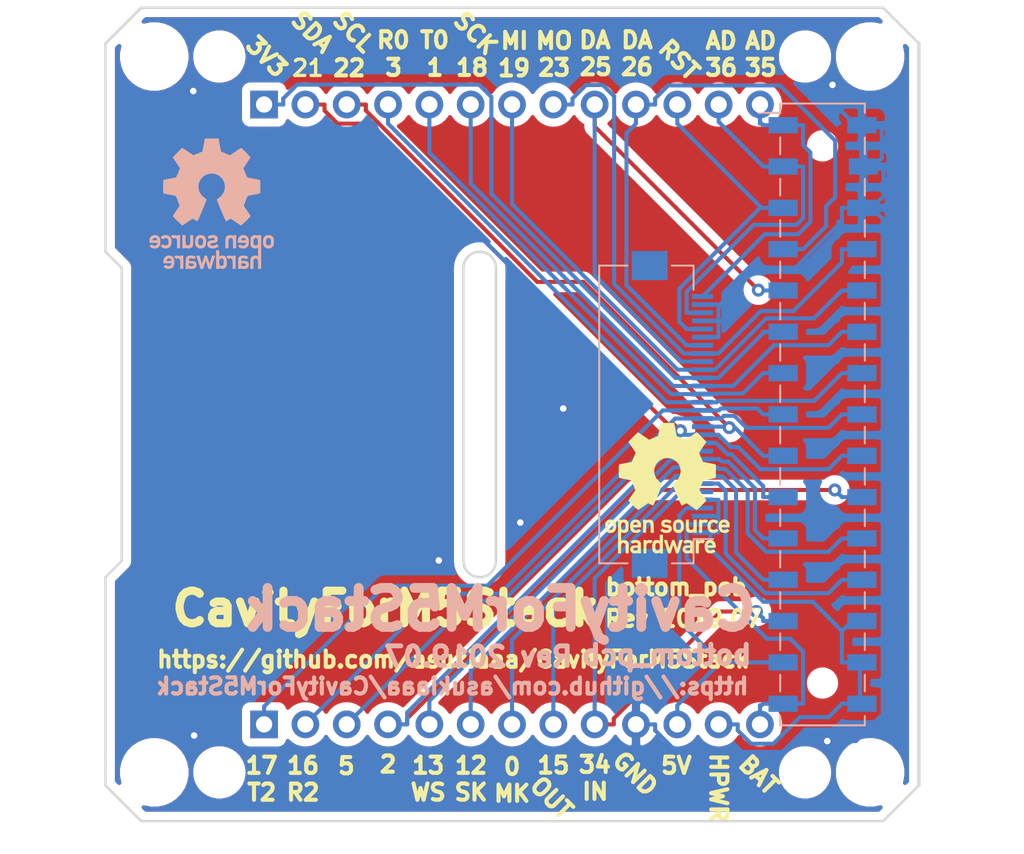
<source format=kicad_pcb>
(kicad_pcb (version 20171130) (host pcbnew 5.1.4-e60b266~84~ubuntu18.04.1)
  (layers (0 F.Cu signal) (31 B.Cu signal) (34 B.Paste user) (35 F.Paste user) (36 B.SilkS user) (37 F.SilkS user) (38 B.Mask user) (39 F.Mask user) (44 Edge.Cuts user))
  (net 0 "")
  (net 1 GND)
  (net 2 G23)
  (net 3 G19)
  (net 4 G18)
  (net 5 G3)
  (net 6 G16)
  (net 7 G21)
  (net 8 G2)
  (net 9 G12)
  (net 10 G15)
  (net 11 HPWR)
  (net 12 +BATT)
  (net 13 +5V)
  (net 14 G34)
  (net 15 G0)
  (net 16 G13)
  (net 17 G5)
  (net 18 G22)
  (net 19 G17)
  (net 20 G1)
  (net 21 G26)
  (net 22 G25)
  (net 23 RST)
  (net 24 G36)
  (net 25 G35)
  (net 26 +3V3)
  (module footprints:center_hole (layer F.Cu) (at 123 75)
    (fp_text reference REF** hide)
    (fp_text value center_hole hide)
    (fp_line (start -1 -9) (end -1 9) (layer Edge.Cuts) (width 0.15))
    (fp_line (start 1 9) (end 1 -9) (layer Edge.Cuts) (width 0.15))
    (fp_arc (start 0 9) (end -1 9) (angle -180) (layer Edge.Cuts) (width 0.15))
    (fp_arc (start 0 -9) (end 1 -9) (angle -180) (layer Edge.Cuts) (width 0.15))
  )
  (module footprints:PinSocket_2x15_P2.54mm_Vertical_SMD_just_for_M5Stack_bottom_pcb (layer B.Cu) (at 144.074 75 180)
    (fp_text reference J4 hide)
    (fp_text value socket)
    (pad "" np_thru_hole circle (at 0 -16.51 180) (size 0.9 0.9) (drill 0.9) (layers *.Cu *.Mask))
    (pad "" np_thru_hole circle (at 0 16.51 180) (size 0.9 0.9) (drill 0.9) (layers *.Cu *.Mask))
    (pad 1 smd rect (at 2.42 17.78 180) (size 1.8 1) (layers B.Cu B.Paste B.Mask) (net 25 G35))
    (pad 2 smd rect (at -2.42 17.78 180) (size 1.8 1) (layers B.Cu B.Paste B.Mask) (net 1 GND))
    (pad 3 smd rect (at 2.42 15.24 180) (size 1.8 1) (layers B.Cu B.Paste B.Mask) (net 24 G36))
    (pad 4 smd rect (at -2.52 15.24 180) (size 1.8 1) (layers B.Cu B.Paste B.Mask) (net 1 GND))
    (pad 5 smd rect (at 2.42 12.7 180) (size 1.8 1) (layers B.Cu B.Paste B.Mask) (net 23 RST))
    (pad 6 smd rect (at -2.42 12.7 180) (size 1.8 1) (layers B.Cu B.Paste B.Mask) (net 1 GND))
    (pad 7 smd rect (at 2.42 10.16 180) (size 1.8 1) (layers B.Cu B.Paste B.Mask) (net 22 G25))
    (pad 8 smd rect (at -2.42 10.16 180) (size 1.8 1) (layers B.Cu B.Paste B.Mask) (net 2 G23))
    (pad 9 smd rect (at 2.42 7.62 180) (size 1.8 1) (layers B.Cu B.Paste B.Mask) (net 21 G26))
    (pad 10 smd rect (at -2.42 7.62 180) (size 1.8 1) (layers B.Cu B.Paste B.Mask) (net 3 G19))
    (pad 11 smd rect (at 2.42 5.08 180) (size 1.8 1) (layers B.Cu B.Paste B.Mask) (net 26 +3V3))
    (pad 12 smd rect (at -2.42 5.08 180) (size 1.8 1) (layers B.Cu B.Paste B.Mask) (net 4 G18))
    (pad 13 smd rect (at 2.42 2.54 180) (size 1.8 1) (layers B.Cu B.Paste B.Mask) (net 20 G1))
    (pad 14 smd rect (at -2.42 2.54 180) (size 1.8 1) (layers B.Cu B.Paste B.Mask) (net 5 G3))
    (pad 15 smd rect (at 2.42 0 180) (size 1.8 1) (layers B.Cu B.Paste B.Mask) (net 19 G17))
    (pad 16 smd rect (at -2.42 0 180) (size 1.8 1) (layers B.Cu B.Paste B.Mask) (net 6 G16))
    (pad 17 smd rect (at 2.42 -2.54 180) (size 1.8 1) (layers B.Cu B.Paste B.Mask) (net 18 G22))
    (pad 18 smd rect (at -2.42 -2.54 180) (size 1.8 1) (layers B.Cu B.Paste B.Mask) (net 7 G21))
    (pad 19 smd rect (at 2.42 -5.08 180) (size 1.8 1) (layers B.Cu B.Paste B.Mask) (net 17 G5))
    (pad 20 smd rect (at -2.42 -5.08 180) (size 1.8 1) (layers B.Cu B.Paste B.Mask) (net 8 G2))
    (pad 21 smd rect (at 2.42 -7.62 180) (size 1.8 1) (layers B.Cu B.Paste B.Mask) (net 16 G13))
    (pad 22 smd rect (at -2.42 -7.62 180) (size 1.8 1) (layers B.Cu B.Paste B.Mask) (net 9 G12))
    (pad 23 smd rect (at 2.42 -10.16 180) (size 1.8 1) (layers B.Cu B.Paste B.Mask) (net 15 G0))
    (pad 24 smd rect (at -2.42 -10.16 180) (size 1.8 1) (layers B.Cu B.Paste B.Mask) (net 10 G15))
    (pad 25 smd rect (at 2.42 -12.7 180) (size 1.8 1) (layers B.Cu B.Paste B.Mask) (net 14 G34))
    (pad 26 smd rect (at -2.42 -12.7 180) (size 1.8 1) (layers B.Cu B.Paste B.Mask) (net 11 HPWR))
    (pad 27 smd rect (at 2.42 -15.24 180) (size 1.8 1) (layers B.Cu B.Paste B.Mask) (net 13 +5V))
    (pad 28 smd rect (at -2.42 -15.24 180) (size 1.8 1) (layers B.Cu B.Paste B.Mask) (net 11 HPWR))
    (pad 29 smd rect (at 2.42 -17.78 180) (size 1.8 1) (layers B.Cu B.Paste B.Mask) (net 12 +BATT))
    (pad 30 smd rect (at -2.42 -17.78 180) (size 1.8 1) (layers B.Cu B.Paste B.Mask) (net 11 HPWR))
  )
  (module Symbol:OSHW-Logo_7.5x8mm_SilkScreen (layer F.Cu) (at 134.5311 79.5274)
    (fp_text reference OSHWREF2 hide)
    (fp_text value OSHW-Logo_7.5x8mm_SilkScreen hide)
  )
  (module footprints:PinSocket_1x13_P2.54mm_Vertical_without_silks (layer F.Cu) (at 109.75 55.95 90)
    (fp_text reference J1 hide)
    (fp_text value Conn_01x13)
    (pad 13 thru_hole oval (at 0 30.48 90) (size 1.7 1.7) (drill 1) (layers *.Cu *.Mask) (net 25 G35))
    (pad 12 thru_hole oval (at 0 27.94 90) (size 1.7 1.7) (drill 1) (layers *.Cu *.Mask) (net 24 G36))
    (pad 11 thru_hole oval (at 0 25.4 90) (size 1.7 1.7) (drill 1) (layers *.Cu *.Mask) (net 23 RST))
    (pad 10 thru_hole oval (at 0 22.86 90) (size 1.7 1.7) (drill 1) (layers *.Cu *.Mask) (net 22 G25))
    (pad 9 thru_hole oval (at 0 20.32 90) (size 1.7 1.7) (drill 1) (layers *.Cu *.Mask) (net 21 G26))
    (pad 8 thru_hole oval (at 0 17.78 90) (size 1.7 1.7) (drill 1) (layers *.Cu *.Mask) (net 2 G23))
    (pad 7 thru_hole oval (at 0 15.24 90) (size 1.7 1.7) (drill 1) (layers *.Cu *.Mask) (net 3 G19))
    (pad 6 thru_hole oval (at 0 12.7 90) (size 1.7 1.7) (drill 1) (layers *.Cu *.Mask) (net 4 G18))
    (pad 5 thru_hole oval (at 0 10.16 90) (size 1.7 1.7) (drill 1) (layers *.Cu *.Mask) (net 20 G1))
    (pad 4 thru_hole oval (at 0 7.62 90) (size 1.7 1.7) (drill 1) (layers *.Cu *.Mask) (net 5 G3))
    (pad 3 thru_hole oval (at 0 5.08 90) (size 1.7 1.7) (drill 1) (layers *.Cu *.Mask) (net 18 G22))
    (pad 2 thru_hole oval (at 0 2.54 90) (size 1.7 1.7) (drill 1) (layers *.Cu *.Mask) (net 7 G21))
    (pad 1 thru_hole rect (at 0 0 90) (size 1.7 1.7) (drill 1) (layers *.Cu *.Mask) (net 26 +3V3))
  )
  (module footprints:PinSocket_1x13_P2.54mm_Vertical_without_silks (layer F.Cu) (at 109.75 94.05 90)
    (fp_text reference J2 hide)
    (fp_text value Conn_01x13)
    (pad 13 thru_hole oval (at 0 30.48 90) (size 1.7 1.7) (drill 1) (layers *.Cu *.Mask) (net 12 +BATT))
    (pad 12 thru_hole oval (at 0 27.94 90) (size 1.7 1.7) (drill 1) (layers *.Cu *.Mask) (net 11 HPWR))
    (pad 11 thru_hole oval (at 0 25.4 90) (size 1.7 1.7) (drill 1) (layers *.Cu *.Mask) (net 13 +5V))
    (pad 10 thru_hole oval (at 0 22.86 90) (size 1.7 1.7) (drill 1) (layers *.Cu *.Mask) (net 1 GND))
    (pad 9 thru_hole oval (at 0 20.32 90) (size 1.7 1.7) (drill 1) (layers *.Cu *.Mask) (net 14 G34))
    (pad 8 thru_hole oval (at 0 17.78 90) (size 1.7 1.7) (drill 1) (layers *.Cu *.Mask) (net 10 G15))
    (pad 7 thru_hole oval (at 0 15.24 90) (size 1.7 1.7) (drill 1) (layers *.Cu *.Mask) (net 15 G0))
    (pad 6 thru_hole oval (at 0 12.7 90) (size 1.7 1.7) (drill 1) (layers *.Cu *.Mask) (net 9 G12))
    (pad 5 thru_hole oval (at 0 10.16 90) (size 1.7 1.7) (drill 1) (layers *.Cu *.Mask) (net 16 G13))
    (pad 4 thru_hole oval (at 0 7.62 90) (size 1.7 1.7) (drill 1) (layers *.Cu *.Mask) (net 8 G2))
    (pad 3 thru_hole oval (at 0 5.08 90) (size 1.7 1.7) (drill 1) (layers *.Cu *.Mask) (net 17 G5))
    (pad 2 thru_hole oval (at 0 2.54 90) (size 1.7 1.7) (drill 1) (layers *.Cu *.Mask) (net 6 G16))
    (pad 1 thru_hole rect (at 0 0 90) (size 1.7 1.7) (drill 1) (layers *.Cu *.Mask) (net 19 G17))
  )
  (module MountingHole:MountingHole_3.2mm_M3 (layer F.Cu) (at 103 53)
    (fp_text reference REF1 hide)
    (fp_text value MountingHole_3.2mm_M3)
    (pad 1 np_thru_hole circle (at 0 0) (size 3.2 3.2) (drill 3.2) (layers *.Cu *.Mask))
  )
  (module MountingHole:MountingHole_3.2mm_M3 (layer F.Cu) (at 147 53)
    (fp_text reference REF4 hide)
    (fp_text value MountingHole_3.2mm_M3)
    (pad 1 np_thru_hole circle (at 0 0) (size 3.2 3.2) (drill 3.2) (layers *.Cu *.Mask))
  )
  (module MountingHole:MountingHole_3.2mm_M3 (layer F.Cu) (at 103 97)
    (fp_text reference REF6 hide)
    (fp_text value MountingHole_3.2mm_M3)
    (pad 1 np_thru_hole circle (at 0 0) (size 3.2 3.2) (drill 3.2) (layers *.Cu *.Mask))
  )
  (module MountingHole:MountingHole_3.2mm_M3 (layer F.Cu) (at 147 97)
    (fp_text reference REF9 hide)
    (fp_text value MountingHole_3.2mm_M3)
    (pad 1 np_thru_hole circle (at 0 0) (size 3.2 3.2) (drill 3.2) (layers *.Cu *.Mask))
  )
  (module MountingHole:MountingHole_2.2mm_M2 (layer F.Cu) (at 107 53)
    (fp_text reference REF2 hide)
    (fp_text value MountingHole_2.2mm_M2)
    (pad 1 np_thru_hole circle (at 0 0) (size 2.2 2.2) (drill 2.2) (layers *.Cu *.Mask))
  )
  (module MountingHole:MountingHole_2.2mm_M2 (layer F.Cu) (at 143 53)
    (fp_text reference REF3 hide)
    (fp_text value MountingHole_2.2mm_M2)
    (pad 1 np_thru_hole circle (at 0 0) (size 2.2 2.2) (drill 2.2) (layers *.Cu *.Mask))
  )
  (module MountingHole:MountingHole_2.2mm_M2 (layer F.Cu) (at 107 97)
    (fp_text reference REF7 hide)
    (fp_text value MountingHole_2.2mm_M2)
    (pad 1 np_thru_hole circle (at 0 0) (size 2.2 2.2) (drill 2.2) (layers *.Cu *.Mask))
  )
  (module MountingHole:MountingHole_2.2mm_M2 (layer F.Cu) (at 143 97)
    (fp_text reference REF8 hide)
    (fp_text value MountingHole_2.2mm_M2)
    (pad 1 np_thru_hole circle (at 0 0) (size 2.2 2.2) (drill 2.2) (layers *.Cu *.Mask))
  )
  (module Symbol:OSHW-Logo_7.5x8mm_SilkScreen (layer B.Cu) (at 106.5388 62.0432 180)
    (fp_text reference OSHWREF1 hide)
    (fp_text value OSHW-Logo_7.5x8mm_SilkScreen hide)
  )
  (module Connector_FFC-FPC:Hirose_FH12-30S-0.5SH_1x30-1MP_P0.50mm_Horizontal (layer B.Cu) (at 134.849 75 90)
    (fp_text reference J3 hide)
    (fp_text value flat_cable_connector)
    (pad MP smd rect (at 9.15 -1.4 90) (size 1.8 2.2) (layers B.Cu B.Paste B.Mask))
    (pad MP smd rect (at -9.15 -1.4 90) (size 1.8 2.2) (layers B.Cu B.Paste B.Mask))
    (pad 1 smd rect (at -7.25 1.85 90) (size 0.3 1.3) (layers B.Cu B.Paste B.Mask) (net 11 HPWR))
    (pad 2 smd rect (at -6.75 1.85 90) (size 0.3 1.3) (layers B.Cu B.Paste B.Mask) (net 12 +BATT))
    (pad 3 smd rect (at -6.25 1.85 90) (size 0.3 1.3) (layers B.Cu B.Paste B.Mask) (net 11 HPWR))
    (pad 4 smd rect (at -5.75 1.85 90) (size 0.3 1.3) (layers B.Cu B.Paste B.Mask) (net 13 +5V))
    (pad 5 smd rect (at -5.25 1.85 90) (size 0.3 1.3) (layers B.Cu B.Paste B.Mask) (net 11 HPWR))
    (pad 6 smd rect (at -4.75 1.85 90) (size 0.3 1.3) (layers B.Cu B.Paste B.Mask) (net 14 G34))
    (pad 7 smd rect (at -4.25 1.85 90) (size 0.3 1.3) (layers B.Cu B.Paste B.Mask) (net 10 G15))
    (pad 8 smd rect (at -3.75 1.85 90) (size 0.3 1.3) (layers B.Cu B.Paste B.Mask) (net 15 G0))
    (pad 9 smd rect (at -3.25 1.85 90) (size 0.3 1.3) (layers B.Cu B.Paste B.Mask) (net 9 G12))
    (pad 10 smd rect (at -2.75 1.85 90) (size 0.3 1.3) (layers B.Cu B.Paste B.Mask) (net 16 G13))
    (pad 11 smd rect (at -2.25 1.85 90) (size 0.3 1.3) (layers B.Cu B.Paste B.Mask) (net 8 G2))
    (pad 12 smd rect (at -1.75 1.85 90) (size 0.3 1.3) (layers B.Cu B.Paste B.Mask) (net 17 G5))
    (pad 13 smd rect (at -1.25 1.85 90) (size 0.3 1.3) (layers B.Cu B.Paste B.Mask) (net 7 G21))
    (pad 14 smd rect (at -0.75 1.85 90) (size 0.3 1.3) (layers B.Cu B.Paste B.Mask) (net 18 G22))
    (pad 15 smd rect (at -0.25 1.85 90) (size 0.3 1.3) (layers B.Cu B.Paste B.Mask) (net 6 G16))
    (pad 16 smd rect (at 0.25 1.85 90) (size 0.3 1.3) (layers B.Cu B.Paste B.Mask) (net 19 G17))
    (pad 17 smd rect (at 0.75 1.85 90) (size 0.3 1.3) (layers B.Cu B.Paste B.Mask) (net 5 G3))
    (pad 18 smd rect (at 1.25 1.85 90) (size 0.3 1.3) (layers B.Cu B.Paste B.Mask) (net 20 G1))
    (pad 19 smd rect (at 1.75 1.85 90) (size 0.3 1.3) (layers B.Cu B.Paste B.Mask) (net 4 G18))
    (pad 20 smd rect (at 2.25 1.85 90) (size 0.3 1.3) (layers B.Cu B.Paste B.Mask) (net 26 +3V3))
    (pad 21 smd rect (at 2.75 1.85 90) (size 0.3 1.3) (layers B.Cu B.Paste B.Mask) (net 3 G19))
    (pad 22 smd rect (at 3.25 1.85 90) (size 0.3 1.3) (layers B.Cu B.Paste B.Mask) (net 21 G26))
    (pad 23 smd rect (at 3.75 1.85 90) (size 0.3 1.3) (layers B.Cu B.Paste B.Mask) (net 2 G23))
    (pad 24 smd rect (at 4.25 1.85 90) (size 0.3 1.3) (layers B.Cu B.Paste B.Mask) (net 22 G25))
    (pad 25 smd rect (at 4.75 1.85 90) (size 0.3 1.3) (layers B.Cu B.Paste B.Mask) (net 1 GND))
    (pad 26 smd rect (at 5.25 1.85 90) (size 0.3 1.3) (layers B.Cu B.Paste B.Mask) (net 23 RST))
    (pad 27 smd rect (at 5.75 1.85 90) (size 0.3 1.3) (layers B.Cu B.Paste B.Mask) (net 1 GND))
    (pad 28 smd rect (at 6.25 1.85 90) (size 0.3 1.3) (layers B.Cu B.Paste B.Mask) (net 24 G36))
    (pad 29 smd rect (at 6.75 1.85 90) (size 0.3 1.3) (layers B.Cu B.Paste B.Mask) (net 1 GND))
    (pad 30 smd rect (at 7.25 1.85 90) (size 0.3 1.3) (layers B.Cu B.Paste B.Mask) (net 25 G35))
  )
  (gr_line (start 100 65) (end 100 52.2) (layer Edge.Cuts) (width 0.15))
  (gr_line (start 101 84) (end 100 85) (layer Edge.Cuts) (width 0.15))
  (gr_line (start 101 66) (end 101 84) (layer Edge.Cuts) (width 0.15))
  (gr_line (start 100 65) (end 101 66) (layer Edge.Cuts) (width 0.15))
  (gr_text bottom_pcb (at 134.4988 89.7832) (layer B.SilkS) (effects (font (size 1.2 1.2) (thickness 0.3)) (justify mirror)))
  (gr_text bottom_pcb (at 135.0738 85.6082) (layer F.SilkS) (effects (font (size 1 1) (thickness 0.25))))
  (gr_line (start 150 52.2) (end 150 97.8) (layer Edge.Cuts) (width 0.2))
  (gr_text 34 (at 130.07848 96.52508) (layer F.SilkS) (effects (font (size 1 1) (thickness 0.25))))
  (gr_text IN (at 130.10388 98.18116) (layer F.SilkS) (effects (font (size 1 1) (thickness 0.25))))
  (gr_text 0 (at 124.9934 96.65208) (layer F.SilkS) (effects (font (size 1 1) (thickness 0.25))))
  (gr_text MK (at 124.9934 98.30308) (layer F.SilkS) (effects (font (size 1 1) (thickness 0.25))))
  (gr_text 15 (at 127.5334 96.56826) (layer F.SilkS) (effects (font (size 1 1) (thickness 0.25))))
  (gr_text OUT (at 127.42672 98.5647 -45) (layer F.SilkS) (effects (font (size 1 1) (thickness 0.25))))
  (gr_text 12 (at 122.46864 96.57842) (layer F.SilkS) (effects (font (size 1 1) (thickness 0.25))))
  (gr_text 13 (at 119.83974 96.57842) (layer F.SilkS) (effects (font (size 1 1) (thickness 0.25))))
  (gr_text WS (at 119.83974 98.22942) (layer F.SilkS) (effects (font (size 1 1) (thickness 0.25))))
  (gr_text SK (at 122.46864 98.22942) (layer F.SilkS) (effects (font (size 1 1) (thickness 0.25))))
  (gr_text HPWR (at 137.6807 97.9424 270) (layer F.SilkS) (effects (font (size 1 1) (thickness 0.25))))
  (gr_text "Rev 2019.07" (at 135.5238 87.5582) (layer F.SilkS) (effects (font (size 1 1) (thickness 0.25))))
  (gr_text CavityForM5Stack (at 117.2238 86.9332) (layer F.SilkS) (effects (font (size 2 2) (thickness 0.5))))
  (gr_text https://github.com/asukiaaa/CavityForM5Stack (at 121.3238 91.7082) (layer B.SilkS) (effects (font (size 1 1) (thickness 0.25)) (justify mirror)))
  (gr_text https://github.com/asukiaaa/CavityForM5Stack (at 121.3738 90.0582) (layer F.SilkS) (effects (font (size 1 1) (thickness 0.25))))
  (gr_text R0 (at 117.6909 51.9938) (layer F.SilkS) (effects (font (size 1 1) (thickness 0.25))))
  (gr_text T0 (at 120.2309 51.9938) (layer F.SilkS) (effects (font (size 1 1) (thickness 0.25))))
  (gr_text R2 (at 112.14608 98.2345) (layer F.SilkS) (effects (font (size 1 1) (thickness 0.25))))
  (gr_text T2 (at 109.60608 98.2345) (layer F.SilkS) (effects (font (size 1 1) (thickness 0.25))))
  (gr_text DA (at 130.0861 51.9938) (layer F.SilkS) (effects (font (size 1 1) (thickness 0.25))))
  (gr_text DA (at 132.67182 51.9938) (layer F.SilkS) (effects (font (size 1 1) (thickness 0.25))))
  (gr_text AD (at 140.27658 52.03952) (layer F.SilkS) (effects (font (size 1 1) (thickness 0.25))))
  (gr_text AD (at 137.84834 52.03444) (layer F.SilkS) (effects (font (size 1 1) (thickness 0.25))))
  (gr_text "Rev 2019.07" (at 122.9238 89.8832) (layer B.SilkS) (effects (font (size 1.2 1.2) (thickness 0.3)) (justify mirror)))
  (gr_text CavityForM5Stack (at 124.2488 86.9832) (layer B.SilkS) (effects (font (size 2.4 2.4) (thickness 0.6)) (justify mirror)))
  (gr_text SCK (at 122.74042 51.57216 -45) (layer F.SilkS) (effects (font (size 1 1) (thickness 0.25))))
  (gr_text 18 (at 122.53722 53.68544) (layer F.SilkS) (effects (font (size 1 1) (thickness 0.25))))
  (gr_text MO (at 127.58166 52.03444) (layer F.SilkS) (effects (font (size 1 1) (thickness 0.25))))
  (gr_text 19 (at 125.11786 53.71592) (layer F.SilkS) (effects (font (size 1 1) (thickness 0.25))))
  (gr_text 23 (at 127.58166 53.68544) (layer F.SilkS) (effects (font (size 1 1) (thickness 0.25))))
  (gr_text MI (at 125.14326 52.03444) (layer F.SilkS) (effects (font (size 1 1) (thickness 0.25))))
  (gr_text SCL (at 115.24742 51.4858 -45) (layer F.SilkS) (effects (font (size 1 1) (thickness 0.25))))
  (gr_text SDA (at 112.70742 51.4858 -45) (layer F.SilkS) (effects (font (size 1 1) (thickness 0.25))))
  (gr_text 22 (at 114.98326 53.71084) (layer F.SilkS) (effects (font (size 1 1) (thickness 0.25))))
  (gr_text GND (at 132.5499 97.0788 -45) (layer F.SilkS) (effects (font (size 1 1) (thickness 0.25))))
  (gr_text 21 (at 112.44326 53.71084) (layer F.SilkS) (effects (font (size 1 1) (thickness 0.2))))
  (gr_text 36 (at 137.84834 53.68544) (layer F.SilkS) (effects (font (size 1 1) (thickness 0.25))))
  (gr_text 3V3 (at 109.90834 53.0098 -45) (layer F.SilkS) (effects (font (size 1 1) (thickness 0.25))))
  (gr_text 35 (at 140.27658 53.69052) (layer F.SilkS) (effects (font (size 1 1) (thickness 0.25))))
  (gr_text BAT (at 140.1572 97.155 -45) (layer F.SilkS) (effects (font (size 1 1) (thickness 0.25))))
  (gr_text RST (at 135.255 53.2003 -45) (layer F.SilkS) (effects (font (size 1 1) (thickness 0.25))))
  (gr_text 5V (at 135.0899 96.5835) (layer F.SilkS) (effects (font (size 1 1) (thickness 0.25))))
  (gr_text 26 (at 132.67182 53.6448) (layer F.SilkS) (effects (font (size 1 1) (thickness 0.25))))
  (gr_text 25 (at 130.1369 53.6448) (layer F.SilkS) (effects (font (size 1 1) (thickness 0.25))))
  (gr_text 5 (at 114.808 96.6089) (layer F.SilkS) (effects (font (size 1 1) (thickness 0.25))))
  (gr_text 2 (at 117.3734 96.5073) (layer F.SilkS) (effects (font (size 1 1) (thickness 0.25))))
  (gr_text 17 (at 109.60608 96.5835) (layer F.SilkS) (effects (font (size 1 1) (thickness 0.25))))
  (gr_text 16 (at 112.14608 96.5835) (layer F.SilkS) (effects (font (size 1 1) (thickness 0.25))))
  (gr_text 1 (at 120.25122 53.68544) (layer F.SilkS) (effects (font (size 1 1) (thickness 0.25))))
  (gr_text 3 (at 117.71122 53.68544) (layer F.SilkS) (effects (font (size 1 1) (thickness 0.25))))
  (gr_line (start 102.2 50) (end 100 52.2) (layer Edge.Cuts) (width 0.15))
  (gr_line (start 100 97.8) (end 100 85) (layer Edge.Cuts) (width 0.15))
  (gr_line (start 102.2 100) (end 100 97.8) (layer Edge.Cuts) (width 0.15))
  (gr_line (start 147.8 100) (end 102.2 100) (layer Edge.Cuts) (width 0.15))
  (gr_line (start 150 97.8) (end 147.8 100) (layer Edge.Cuts) (width 0.15))
  (gr_line (start 147.8 50) (end 150 52.2) (layer Edge.Cuts) (width 0.15))
  (gr_line (start 102.2 50) (end 147.8 50) (layer Edge.Cuts) (width 0.15))
  (segment (start 133.7853 94.05) (end 133.7853 94.4173) (width 0.25) (layer B.Cu) (net 1))
  (segment (start 133.7853 94.4173) (end 135.1142 95.7462) (width 0.25) (layer B.Cu) (net 1))
  (segment (start 135.1142 95.7462) (end 141.6841 95.7462) (width 0.25) (layer B.Cu) (net 1))
  (segment (start 141.6841 95.7462) (end 142.3553 95.075) (width 0.25) (layer B.Cu) (net 1))
  (segment (start 146.1312 95.075) (end 147.7739 93.4323) (width 0.25) (layer B.Cu) (net 1))
  (segment (start 147.7739 93.4323) (end 147.7739 62.9672) (width 0.25) (layer B.Cu) (net 1))
  (segment (start 147.7739 62.9672) (end 147.1067 62.3) (width 0.25) (layer B.Cu) (net 1))
  (segment (start 132.61 94.05) (end 133.7853 94.05) (width 0.25) (layer B.Cu) (net 1))
  (segment (start 147.1067 62.3) (end 147.8193 61.5874) (width 0.25) (layer B.Cu) (net 1))
  (segment (start 147.8193 61.5874) (end 147.8193 59.76) (width 0.25) (layer B.Cu) (net 1))
  (segment (start 146.494 62.3) (end 145.2687 62.3) (width 0.25) (layer B.Cu) (net 1))
  (segment (start 137.6743 68.3408) (end 139.873 66.1421) (width 0.25) (layer B.Cu) (net 1))
  (segment (start 139.873 66.1421) (end 142.2519 66.1421) (width 0.25) (layer B.Cu) (net 1))
  (segment (start 142.2519 66.1421) (end 145.2687 63.1253) (width 0.25) (layer B.Cu) (net 1))
  (segment (start 145.2687 63.1253) (end 145.2687 62.3) (width 0.25) (layer B.Cu) (net 1))
  (segment (start 137.5835 68.25) (end 137.6743 68.3408) (width 0.25) (layer B.Cu) (net 1))
  (segment (start 137.6743 68.3408) (end 137.6743 69.25) (width 0.25) (layer B.Cu) (net 1))
  (segment (start 136.699 68.25) (end 137.5835 68.25) (width 0.25) (layer B.Cu) (net 1))
  (segment (start 136.699 70.25) (end 137.6743 70.25) (width 0.25) (layer B.Cu) (net 1))
  (segment (start 137.6743 69.25) (end 137.6743 70.25) (width 0.25) (layer B.Cu) (net 1))
  (segment (start 136.699 69.25) (end 137.6743 69.25) (width 0.25) (layer B.Cu) (net 1))
  (segment (start 146.494 57.22) (end 147.7193 57.22) (width 0.25) (layer B.Cu) (net 1))
  (segment (start 147.2067 59.76) (end 147.7193 59.2474) (width 0.25) (layer B.Cu) (net 1))
  (segment (start 147.7193 59.2474) (end 147.7193 57.22) (width 0.25) (layer B.Cu) (net 1))
  (segment (start 147.2067 59.76) (end 147.8193 59.76) (width 0.25) (layer B.Cu) (net 1))
  (segment (start 146.594 59.76) (end 147.2067 59.76) (width 0.25) (layer B.Cu) (net 1))
  (segment (start 146.494 62.3) (end 147.1067 62.3) (width 0.25) (layer B.Cu) (net 1))
  (via (at 144.6888 54.7432) (size 0.8) (drill 0.4) (layers F.Cu B.Cu) (net 1))
  (segment (start 144.6888 55.8148) (end 144.6888 54.7432) (width 0.25) (layer B.Cu) (net 1))
  (segment (start 146.494 57.22) (end 146.094 57.22) (width 0.25) (layer B.Cu) (net 1))
  (segment (start 146.094 57.22) (end 144.6888 55.8148) (width 0.25) (layer B.Cu) (net 1))
  (segment (start 144.6888 54.7432) (end 141.6888 54.7432) (width 0.25) (layer F.Cu) (net 1))
  (segment (start 141.6888 54.7432) (end 140.2188 53.2732) (width 0.25) (layer F.Cu) (net 1))
  (segment (start 140.2188 53.2732) (end 139.8188 52.8732) (width 0.25) (layer F.Cu) (net 1))
  (segment (start 139.8188 52.8732) (end 109.8688 52.8732) (width 0.25) (layer F.Cu) (net 1))
  (via (at 105.3988 55.1232) (size 0.8) (drill 0.4) (layers F.Cu B.Cu) (net 1))
  (segment (start 109.8688 52.8732) (end 107.6188 55.1232) (width 0.25) (layer F.Cu) (net 1))
  (segment (start 107.6188 55.1232) (end 105.3988 55.1232) (width 0.25) (layer F.Cu) (net 1))
  (via (at 105.4488 94.7332) (size 0.8) (drill 0.4) (layers F.Cu B.Cu) (net 1))
  (segment (start 105.3988 94.6832) (end 105.4488 94.7332) (width 0.25) (layer B.Cu) (net 1))
  (via (at 144.367 95.075) (size 0.8) (drill 0.4) (layers F.Cu B.Cu) (net 1))
  (segment (start 145.2406 95.075) (end 144.367 95.075) (width 0.25) (layer B.Cu) (net 1))
  (segment (start 145.2406 95.075) (end 146.1312 95.075) (width 0.25) (layer B.Cu) (net 1))
  (segment (start 142.3553 95.075) (end 145.2406 95.075) (width 0.25) (layer B.Cu) (net 1))
  (segment (start 128.0588 74.5532) (end 128.1388 74.6332) (width 0.25) (layer B.Cu) (net 1))
  (via (at 128.1388 74.6332) (size 0.8) (drill 0.4) (layers F.Cu B.Cu) (net 1))
  (segment (start 105.3988 74.5532) (end 105.3988 94.6832) (width 0.25) (layer B.Cu) (net 1))
  (segment (start 121.9957 63.0332) (end 105.3988 63.0332) (width 0.25) (layer B.Cu) (net 1))
  (segment (start 128.1388 69.1763) (end 121.9957 63.0332) (width 0.25) (layer B.Cu) (net 1))
  (segment (start 128.1388 74.6332) (end 128.1388 69.1763) (width 0.25) (layer B.Cu) (net 1))
  (segment (start 105.3988 55.1232) (end 105.3988 63.0332) (width 0.25) (layer B.Cu) (net 1))
  (segment (start 105.3988 63.0332) (end 105.3988 74.5532) (width 0.25) (layer B.Cu) (net 1))
  (via (at 125.4988 81.6432) (size 0.8) (drill 0.4) (layers F.Cu B.Cu) (net 1))
  (segment (start 128.1388 74.6332) (end 128.1388 79.0032) (width 0.25) (layer B.Cu) (net 1))
  (segment (start 128.1388 79.0032) (end 125.4988 81.6432) (width 0.25) (layer B.Cu) (net 1))
  (segment (start 105.4488 94.7332) (end 105.4488 92.0032) (width 0.25) (layer B.Cu) (net 1))
  (via (at 120.4888 83.9732) (size 0.8) (drill 0.4) (layers F.Cu B.Cu) (net 1))
  (segment (start 105.4488 92.0032) (end 113.4788 83.9732) (width 0.25) (layer B.Cu) (net 1))
  (segment (start 113.4788 83.9732) (end 120.4888 83.9732) (width 0.25) (layer B.Cu) (net 1))
  (segment (start 145.2687 64.84) (end 145.2687 65.6653) (width 0.25) (layer B.Cu) (net 2))
  (segment (start 145.2687 65.6653) (end 142.2896 68.6444) (width 0.25) (layer B.Cu) (net 2))
  (segment (start 142.2896 68.6444) (end 140.2799 68.6444) (width 0.25) (layer B.Cu) (net 2))
  (segment (start 140.2799 68.6444) (end 137.6743 71.25) (width 0.25) (layer B.Cu) (net 2))
  (segment (start 127.53 55.95) (end 128.7053 55.95) (width 0.25) (layer B.Cu) (net 2))
  (segment (start 128.7053 55.95) (end 128.7053 55.5827) (width 0.25) (layer B.Cu) (net 2))
  (segment (start 128.7053 55.5827) (end 129.5364 54.7516) (width 0.25) (layer B.Cu) (net 2))
  (segment (start 129.5364 54.7516) (end 130.5739 54.7516) (width 0.25) (layer B.Cu) (net 2))
  (segment (start 130.5739 54.7516) (end 131.2666 55.4443) (width 0.25) (layer B.Cu) (net 2))
  (segment (start 131.2666 55.4443) (end 131.2666 66.9746) (width 0.25) (layer B.Cu) (net 2))
  (segment (start 131.2666 66.9746) (end 135.542 71.25) (width 0.25) (layer B.Cu) (net 2))
  (segment (start 135.542 71.25) (end 136.699 71.25) (width 0.25) (layer B.Cu) (net 2))
  (segment (start 146.494 64.84) (end 145.2687 64.84) (width 0.25) (layer B.Cu) (net 2))
  (segment (start 136.699 71.25) (end 137.6743 71.25) (width 0.25) (layer B.Cu) (net 2))
  (segment (start 135.7237 72.25) (end 135.1666 72.25) (width 0.25) (layer B.Cu) (net 3))
  (segment (start 135.1666 72.25) (end 124.99 62.0734) (width 0.25) (layer B.Cu) (net 3))
  (segment (start 124.99 62.0734) (end 124.99 57.1253) (width 0.25) (layer B.Cu) (net 3))
  (segment (start 145.2687 67.38) (end 143.554 69.0947) (width 0.25) (layer B.Cu) (net 3))
  (segment (start 143.554 69.0947) (end 140.6171 69.0947) (width 0.25) (layer B.Cu) (net 3))
  (segment (start 140.6171 69.0947) (end 137.4618 72.25) (width 0.25) (layer B.Cu) (net 3))
  (segment (start 137.4618 72.25) (end 136.699 72.25) (width 0.25) (layer B.Cu) (net 3))
  (segment (start 124.99 55.95) (end 124.99 57.1253) (width 0.25) (layer B.Cu) (net 3))
  (segment (start 146.494 67.38) (end 145.2687 67.38) (width 0.25) (layer B.Cu) (net 3))
  (segment (start 136.2114 72.25) (end 136.699 72.25) (width 0.25) (layer B.Cu) (net 3))
  (segment (start 136.2114 72.25) (end 135.7237 72.25) (width 0.25) (layer B.Cu) (net 3))
  (segment (start 122.45 55.95) (end 122.45 60.8072) (width 0.25) (layer B.Cu) (net 4))
  (segment (start 122.45 60.8072) (end 134.8928 73.25) (width 0.25) (layer B.Cu) (net 4))
  (segment (start 134.8928 73.25) (end 136.699 73.25) (width 0.25) (layer B.Cu) (net 4))
  (segment (start 146.494 69.92) (end 145.2687 69.92) (width 0.25) (layer B.Cu) (net 4))
  (segment (start 136.699 73.25) (end 138.5841 73.25) (width 0.25) (layer B.Cu) (net 4))
  (segment (start 138.5841 73.25) (end 141.0888 70.7453) (width 0.25) (layer B.Cu) (net 4))
  (segment (start 141.0888 70.7453) (end 144.4434 70.7453) (width 0.25) (layer B.Cu) (net 4))
  (segment (start 144.4434 70.7453) (end 145.2687 69.92) (width 0.25) (layer B.Cu) (net 4))
  (segment (start 136.699 74.25) (end 137.5739 74.25) (width 0.25) (layer B.Cu) (net 5))
  (segment (start 137.5739 74.25) (end 137.6409 74.183) (width 0.25) (layer B.Cu) (net 5))
  (segment (start 137.6409 74.183) (end 137.8377 74.183) (width 0.25) (layer B.Cu) (net 5))
  (segment (start 137.8377 74.183) (end 137.8609 74.1598) (width 0.25) (layer B.Cu) (net 5))
  (segment (start 137.8609 74.1598) (end 143.5689 74.1598) (width 0.25) (layer B.Cu) (net 5))
  (segment (start 143.5689 74.1598) (end 145.2687 72.46) (width 0.25) (layer B.Cu) (net 5))
  (segment (start 117.37 55.95) (end 117.37 57.1253) (width 0.25) (layer B.Cu) (net 5))
  (segment (start 117.37 57.1253) (end 134.4947 74.25) (width 0.25) (layer B.Cu) (net 5))
  (segment (start 134.4947 74.25) (end 136.699 74.25) (width 0.25) (layer B.Cu) (net 5))
  (segment (start 146.494 72.46) (end 145.2687 72.46) (width 0.25) (layer B.Cu) (net 5))
  (segment (start 145.2687 75) (end 144.4434 75.8253) (width 0.25) (layer B.Cu) (net 6))
  (segment (start 144.4434 75.8253) (end 139.4031 75.8253) (width 0.25) (layer B.Cu) (net 6))
  (segment (start 139.4031 75.8253) (end 138.6614 75.0836) (width 0.25) (layer B.Cu) (net 6))
  (segment (start 138.6614 75.0836) (end 138.0141 75.0836) (width 0.25) (layer B.Cu) (net 6))
  (segment (start 138.0141 75.0836) (end 137.8477 75.25) (width 0.25) (layer B.Cu) (net 6))
  (segment (start 137.8477 75.25) (end 136.699 75.25) (width 0.25) (layer B.Cu) (net 6))
  (segment (start 146.494 75) (end 145.2687 75) (width 0.25) (layer B.Cu) (net 6))
  (segment (start 135.015698 75.25) (end 124.252498 86.0132) (width 0.25) (layer B.Cu) (net 6))
  (segment (start 136.699 75.25) (end 135.015698 75.25) (width 0.25) (layer B.Cu) (net 6))
  (segment (start 120.3268 86.0132) (end 112.29 94.05) (width 0.25) (layer B.Cu) (net 6))
  (segment (start 124.252498 86.0132) (end 120.3268 86.0132) (width 0.25) (layer B.Cu) (net 6))
  (segment (start 145.2687 77.54) (end 144.4434 78.3653) (width 0.25) (layer B.Cu) (net 7))
  (segment (start 144.4434 78.3653) (end 140.2589 78.3653) (width 0.25) (layer B.Cu) (net 7))
  (segment (start 140.2589 78.3653) (end 138.8921 76.9985) (width 0.25) (layer B.Cu) (net 7))
  (segment (start 138.8921 76.9985) (end 138.4228 76.9985) (width 0.25) (layer B.Cu) (net 7))
  (segment (start 138.4228 76.9985) (end 137.6743 76.25) (width 0.25) (layer B.Cu) (net 7))
  (segment (start 113.4653 56.3173) (end 113.4653 55.95) (width 0.25) (layer F.Cu) (net 7))
  (segment (start 136.699 76.25) (end 137.6743 76.25) (width 0.25) (layer B.Cu) (net 7))
  (segment (start 136.699 76.25) (end 135.5887 76.25) (width 0.25) (layer B.Cu) (net 7))
  (segment (start 135.5887 76.25) (end 135.3387 76) (width 0.25) (layer B.Cu) (net 7))
  (segment (start 112.29 55.95) (end 113.4653 55.95) (width 0.25) (layer F.Cu) (net 7))
  (segment (start 146.494 77.54) (end 145.2687 77.54) (width 0.25) (layer B.Cu) (net 7))
  (via (at 135.3387 76) (size 0.8) (layers F.Cu B.Cu) (net 7))
  (segment (start 114.273001 57.125001) (end 113.4653 56.3173) (width 0.25) (layer F.Cu) (net 7))
  (segment (start 134.562501 75.600001) (end 116.087501 57.125001) (width 0.25) (layer F.Cu) (net 7))
  (segment (start 116.087501 57.125001) (end 114.273001 57.125001) (width 0.25) (layer F.Cu) (net 7))
  (segment (start 134.938701 75.600001) (end 134.562501 75.600001) (width 0.25) (layer F.Cu) (net 7))
  (segment (start 135.3387 76) (end 134.938701 75.600001) (width 0.25) (layer F.Cu) (net 7))
  (segment (start 118.5453 94.05) (end 118.5453 93.6827) (width 0.25) (layer F.Cu) (net 8))
  (segment (start 118.5453 93.6827) (end 132.5869 79.6411) (width 0.25) (layer F.Cu) (net 8))
  (segment (start 132.5869 79.6411) (end 144.8298 79.6411) (width 0.25) (layer F.Cu) (net 8))
  (segment (start 144.8298 79.6411) (end 145.2687 80.08) (width 0.25) (layer B.Cu) (net 8))
  (segment (start 146.494 80.08) (end 145.2687 80.08) (width 0.25) (layer B.Cu) (net 8))
  (segment (start 117.37 94.05) (end 118.5453 94.05) (width 0.25) (layer F.Cu) (net 8))
  (segment (start 117.37 94.05) (end 118.5453 94.05) (width 0.25) (layer B.Cu) (net 8))
  (segment (start 118.5453 94.05) (end 118.5453 93.3189) (width 0.25) (layer B.Cu) (net 8))
  (segment (start 118.5453 93.3189) (end 134.6142 77.25) (width 0.25) (layer B.Cu) (net 8))
  (segment (start 134.6142 77.25) (end 136.699 77.25) (width 0.25) (layer B.Cu) (net 8))
  (via (at 144.8298 79.6411) (size 0.8) (layers F.Cu B.Cu) (net 8))
  (segment (start 136.699 78.25) (end 134.9342 78.25) (width 0.25) (layer B.Cu) (net 9))
  (segment (start 134.9342 78.25) (end 122.45 90.7342) (width 0.25) (layer B.Cu) (net 9))
  (segment (start 122.45 90.7342) (end 122.45 92.8747) (width 0.25) (layer B.Cu) (net 9))
  (segment (start 145.2687 82.62) (end 144.4434 83.4453) (width 0.25) (layer B.Cu) (net 9))
  (segment (start 144.4434 83.4453) (end 140.6168 83.4453) (width 0.25) (layer B.Cu) (net 9))
  (segment (start 140.6168 83.4453) (end 139.4755 82.304) (width 0.25) (layer B.Cu) (net 9))
  (segment (start 139.4755 82.304) (end 139.4755 79.7314) (width 0.25) (layer B.Cu) (net 9))
  (segment (start 139.4755 79.7314) (end 138.0935 78.3494) (width 0.25) (layer B.Cu) (net 9))
  (segment (start 138.0935 78.3494) (end 137.6954 78.3494) (width 0.25) (layer B.Cu) (net 9))
  (segment (start 137.6954 78.3494) (end 137.596 78.25) (width 0.25) (layer B.Cu) (net 9))
  (segment (start 137.596 78.25) (end 136.699 78.25) (width 0.25) (layer B.Cu) (net 9))
  (segment (start 146.494 82.62) (end 145.2687 82.62) (width 0.25) (layer B.Cu) (net 9))
  (segment (start 122.45 94.05) (end 122.45 92.8747) (width 0.25) (layer B.Cu) (net 9))
  (segment (start 127.53 94.05) (end 127.53 92.8747) (width 0.25) (layer B.Cu) (net 10))
  (segment (start 135.7237 79.25) (end 135.246 79.25) (width 0.25) (layer B.Cu) (net 10))
  (segment (start 135.246 79.25) (end 127.53 86.966) (width 0.25) (layer B.Cu) (net 10))
  (segment (start 127.53 86.966) (end 127.53 92.8747) (width 0.25) (layer B.Cu) (net 10))
  (segment (start 146.494 85.16) (end 145.2687 85.16) (width 0.25) (layer B.Cu) (net 10))
  (segment (start 136.699 79.25) (end 137.6743 79.25) (width 0.25) (layer B.Cu) (net 10))
  (segment (start 145.2687 85.16) (end 144.4433 85.9854) (width 0.25) (layer B.Cu) (net 10))
  (segment (start 144.4433 85.9854) (end 140.5482 85.9854) (width 0.25) (layer B.Cu) (net 10))
  (segment (start 140.5482 85.9854) (end 138.1246 83.5618) (width 0.25) (layer B.Cu) (net 10))
  (segment (start 138.1246 83.5618) (end 138.1246 79.7003) (width 0.25) (layer B.Cu) (net 10))
  (segment (start 138.1246 79.7003) (end 137.6743 79.25) (width 0.25) (layer B.Cu) (net 10))
  (segment (start 136.699 79.25) (end 135.7237 79.25) (width 0.25) (layer B.Cu) (net 10))
  (segment (start 137.1869 82.25) (end 137.1869 83.261) (width 0.25) (layer B.Cu) (net 11))
  (segment (start 137.1869 83.261) (end 140.4392 86.5133) (width 0.25) (layer B.Cu) (net 11))
  (segment (start 140.4392 86.5133) (end 143.4693 86.5133) (width 0.25) (layer B.Cu) (net 11))
  (segment (start 143.4693 86.5133) (end 145.2687 88.3127) (width 0.25) (layer B.Cu) (net 11))
  (segment (start 145.2687 88.3127) (end 145.2687 90.24) (width 0.25) (layer B.Cu) (net 11))
  (segment (start 145.8814 87.7) (end 145.2687 88.3127) (width 0.25) (layer B.Cu) (net 11))
  (segment (start 137.1869 82.25) (end 137.6743 82.25) (width 0.25) (layer B.Cu) (net 11))
  (segment (start 136.699 82.25) (end 137.1867 82.25) (width 0.25) (layer B.Cu) (net 11))
  (segment (start 137.1867 82.25) (end 137.1869 82.25) (width 0.25) (layer B.Cu) (net 11))
  (segment (start 137.6743 81.25) (end 137.6743 82.25) (width 0.25) (layer B.Cu) (net 11))
  (segment (start 137.5617 81.25) (end 137.6743 81.25) (width 0.25) (layer B.Cu) (net 11))
  (segment (start 136.699 81.25) (end 137.5617 81.25) (width 0.25) (layer B.Cu) (net 11))
  (segment (start 136.699 80.25) (end 137.6743 80.25) (width 0.25) (layer B.Cu) (net 11))
  (segment (start 137.6743 80.25) (end 137.6743 81.25) (width 0.25) (layer B.Cu) (net 11))
  (segment (start 146.3743 90.24) (end 145.2687 90.24) (width 0.25) (layer B.Cu) (net 11))
  (segment (start 146.494 90.24) (end 146.3743 90.24) (width 0.25) (layer B.Cu) (net 11))
  (segment (start 146.308 92.78) (end 146.3743 92.7137) (width 0.25) (layer B.Cu) (net 11))
  (segment (start 146.3743 92.7137) (end 146.3743 90.24) (width 0.25) (layer B.Cu) (net 11))
  (segment (start 146.308 92.78) (end 145.2687 92.78) (width 0.25) (layer B.Cu) (net 11))
  (segment (start 146.494 92.78) (end 146.308 92.78) (width 0.25) (layer B.Cu) (net 11))
  (segment (start 137.69 94.05) (end 138.8653 94.05) (width 0.25) (layer B.Cu) (net 11))
  (segment (start 138.8653 94.05) (end 138.8653 94.4173) (width 0.25) (layer B.Cu) (net 11))
  (segment (start 138.8653 94.4173) (end 139.6889 95.2409) (width 0.25) (layer B.Cu) (net 11))
  (segment (start 139.6889 95.2409) (end 141.054 95.2409) (width 0.25) (layer B.Cu) (net 11))
  (segment (start 141.054 95.2409) (end 142.6896 93.6053) (width 0.25) (layer B.Cu) (net 11))
  (segment (start 142.6896 93.6053) (end 144.4434 93.6053) (width 0.25) (layer B.Cu) (net 11))
  (segment (start 144.4434 93.6053) (end 145.2687 92.78) (width 0.25) (layer B.Cu) (net 11))
  (segment (start 146.494 87.7) (end 145.8814 87.7) (width 0.25) (layer B.Cu) (net 11))
  (segment (start 135.7237 81.75) (end 135.7237 83.8494) (width 0.25) (layer B.Cu) (net 12))
  (segment (start 135.7237 83.8494) (end 140.6645 88.7902) (width 0.25) (layer B.Cu) (net 12))
  (segment (start 140.6645 88.7902) (end 142.097 88.7902) (width 0.25) (layer B.Cu) (net 12))
  (segment (start 142.097 88.7902) (end 142.8793 89.5725) (width 0.25) (layer B.Cu) (net 12))
  (segment (start 142.8793 89.5725) (end 142.8793 92.78) (width 0.25) (layer B.Cu) (net 12))
  (segment (start 141.654 92.78) (end 142.8793 92.78) (width 0.25) (layer B.Cu) (net 12))
  (segment (start 136.699 81.75) (end 135.7237 81.75) (width 0.25) (layer B.Cu) (net 12))
  (segment (start 140.23 94.05) (end 140.23 92.8747) (width 0.25) (layer B.Cu) (net 12))
  (segment (start 141.654 92.78) (end 140.4287 92.78) (width 0.25) (layer B.Cu) (net 12))
  (segment (start 140.4287 92.78) (end 140.334 92.8747) (width 0.25) (layer B.Cu) (net 12))
  (segment (start 140.334 92.8747) (end 140.23 92.8747) (width 0.25) (layer B.Cu) (net 12))
  (segment (start 135.7237 80.75) (end 135.2734 81.2003) (width 0.25) (layer B.Cu) (net 13))
  (segment (start 135.2734 81.2003) (end 135.2734 87.7287) (width 0.25) (layer B.Cu) (net 13))
  (segment (start 135.2734 87.7287) (end 137.7847 90.24) (width 0.25) (layer B.Cu) (net 13))
  (segment (start 136.699 80.75) (end 135.7237 80.75) (width 0.25) (layer B.Cu) (net 13))
  (segment (start 137.7847 90.24) (end 135.15 92.8747) (width 0.25) (layer B.Cu) (net 13))
  (segment (start 140.4287 90.24) (end 137.7847 90.24) (width 0.25) (layer B.Cu) (net 13))
  (segment (start 135.15 94.05) (end 135.15 92.8747) (width 0.25) (layer B.Cu) (net 13))
  (segment (start 141.654 90.24) (end 140.4287 90.24) (width 0.25) (layer B.Cu) (net 13))
  (segment (start 130.07 94.05) (end 130.07 92.8747) (width 0.25) (layer B.Cu) (net 14))
  (segment (start 136.699 79.75) (end 135.3829 79.75) (width 0.25) (layer B.Cu) (net 14))
  (segment (start 135.3829 79.75) (end 130.07 85.0629) (width 0.25) (layer B.Cu) (net 14))
  (segment (start 130.07 85.0629) (end 130.07 92.8747) (width 0.25) (layer B.Cu) (net 14))
  (segment (start 131.2453 94.05) (end 131.2453 93.6827) (width 0.25) (layer F.Cu) (net 14))
  (segment (start 131.2453 93.6827) (end 137.8152 87.1128) (width 0.25) (layer F.Cu) (net 14))
  (segment (start 137.8152 87.1128) (end 140.0128 87.1128) (width 0.25) (layer F.Cu) (net 14))
  (segment (start 140.4287 87.7) (end 140.4287 87.5287) (width 0.25) (layer B.Cu) (net 14))
  (segment (start 140.4287 87.5287) (end 140.0128 87.1128) (width 0.25) (layer B.Cu) (net 14))
  (segment (start 130.07 94.05) (end 131.2453 94.05) (width 0.25) (layer F.Cu) (net 14))
  (segment (start 141.654 87.7) (end 140.4287 87.7) (width 0.25) (layer B.Cu) (net 14))
  (via (at 140.0128 87.1128) (size 0.8) (layers F.Cu B.Cu) (net 14))
  (segment (start 136.699 78.7747) (end 135.0662 78.7747) (width 0.25) (layer B.Cu) (net 15))
  (segment (start 135.0662 78.7747) (end 124.99 88.8509) (width 0.25) (layer B.Cu) (net 15))
  (segment (start 124.99 88.8509) (end 124.99 92.8747) (width 0.25) (layer B.Cu) (net 15))
  (segment (start 140.4287 85.16) (end 138.7616 83.4929) (width 0.25) (layer B.Cu) (net 15))
  (segment (start 138.7616 83.4929) (end 138.7616 79.6544) (width 0.25) (layer B.Cu) (net 15))
  (segment (start 138.7616 79.6544) (end 137.9069 78.7997) (width 0.25) (layer B.Cu) (net 15))
  (segment (start 137.9069 78.7997) (end 137.5088 78.7997) (width 0.25) (layer B.Cu) (net 15))
  (segment (start 137.5088 78.7997) (end 137.4838 78.7747) (width 0.25) (layer B.Cu) (net 15))
  (segment (start 137.4838 78.7747) (end 136.699 78.7747) (width 0.25) (layer B.Cu) (net 15))
  (segment (start 141.654 85.16) (end 140.4287 85.16) (width 0.25) (layer B.Cu) (net 15))
  (segment (start 136.699 78.75) (end 136.699 78.7747) (width 0.25) (layer B.Cu) (net 15))
  (segment (start 124.99 94.05) (end 124.99 92.8747) (width 0.25) (layer B.Cu) (net 15))
  (segment (start 135.7237 77.75) (end 134.7657 77.75) (width 0.25) (layer B.Cu) (net 16))
  (segment (start 134.7657 77.75) (end 119.91 92.6057) (width 0.25) (layer B.Cu) (net 16))
  (segment (start 119.91 92.6057) (end 119.91 92.8747) (width 0.25) (layer B.Cu) (net 16))
  (segment (start 140.4287 82.62) (end 139.9258 82.1171) (width 0.25) (layer B.Cu) (net 16))
  (segment (start 139.9258 82.1171) (end 139.9258 79.5448) (width 0.25) (layer B.Cu) (net 16))
  (segment (start 139.9258 79.5448) (end 138.2801 77.8991) (width 0.25) (layer B.Cu) (net 16))
  (segment (start 138.2801 77.8991) (end 137.882 77.8991) (width 0.25) (layer B.Cu) (net 16))
  (segment (start 137.882 77.8991) (end 137.7329 77.75) (width 0.25) (layer B.Cu) (net 16))
  (segment (start 137.7329 77.75) (end 137.6743 77.75) (width 0.25) (layer B.Cu) (net 16))
  (segment (start 141.654 82.62) (end 140.4287 82.62) (width 0.25) (layer B.Cu) (net 16))
  (segment (start 136.699 77.75) (end 137.6743 77.75) (width 0.25) (layer B.Cu) (net 16))
  (segment (start 136.2114 77.75) (end 136.699 77.75) (width 0.25) (layer B.Cu) (net 16))
  (segment (start 136.2114 77.75) (end 135.7237 77.75) (width 0.25) (layer B.Cu) (net 16))
  (segment (start 119.91 94.05) (end 119.91 92.8747) (width 0.25) (layer B.Cu) (net 16))
  (segment (start 140.4287 80.08) (end 140.4287 79.4067) (width 0.25) (layer B.Cu) (net 17))
  (segment (start 140.4287 79.4067) (end 138.4708 77.4488) (width 0.25) (layer B.Cu) (net 17))
  (segment (start 138.4708 77.4488) (end 138.2361 77.4488) (width 0.25) (layer B.Cu) (net 17))
  (segment (start 138.2361 77.4488) (end 137.5373 76.75) (width 0.25) (layer B.Cu) (net 17))
  (segment (start 137.5373 76.75) (end 136.699 76.75) (width 0.25) (layer B.Cu) (net 17))
  (segment (start 141.654 80.08) (end 140.4287 80.08) (width 0.25) (layer B.Cu) (net 17))
  (segment (start 134.127109 76.774999) (end 124.438898 86.46321) (width 0.25) (layer B.Cu) (net 17))
  (segment (start 136.697001 76.774999) (end 134.127109 76.774999) (width 0.25) (layer B.Cu) (net 17))
  (segment (start 136.699 76.75) (end 136.699 76.773) (width 0.25) (layer B.Cu) (net 17))
  (segment (start 136.699 76.773) (end 136.697001 76.774999) (width 0.25) (layer B.Cu) (net 17))
  (segment (start 122.41679 86.46321) (end 114.83 94.05) (width 0.25) (layer B.Cu) (net 17))
  (segment (start 124.438898 86.46321) (end 122.41679 86.46321) (width 0.25) (layer B.Cu) (net 17))
  (segment (start 141.654 77.54) (end 140.4287 77.54) (width 0.25) (layer B.Cu) (net 18))
  (segment (start 140.4287 77.54) (end 138.6977 75.809) (width 0.25) (layer B.Cu) (net 18))
  (segment (start 138.6977 75.809) (end 138.3377 75.809) (width 0.25) (layer B.Cu) (net 18))
  (segment (start 116.0053 55.95) (end 116.0053 56.3174) (width 0.25) (layer F.Cu) (net 18))
  (segment (start 116.0053 56.3174) (end 126.5409 66.853) (width 0.25) (layer F.Cu) (net 18))
  (segment (start 126.5409 66.853) (end 129.3817 66.853) (width 0.25) (layer F.Cu) (net 18))
  (segment (start 129.3817 66.853) (end 138.3377 75.809) (width 0.25) (layer F.Cu) (net 18))
  (segment (start 137.6743 75.75) (end 138.2787 75.75) (width 0.25) (layer B.Cu) (net 18))
  (segment (start 138.2787 75.75) (end 138.3377 75.809) (width 0.25) (layer B.Cu) (net 18))
  (segment (start 114.83 55.95) (end 116.0053 55.95) (width 0.25) (layer F.Cu) (net 18))
  (segment (start 136.699 75.75) (end 137.6743 75.75) (width 0.25) (layer B.Cu) (net 18))
  (via (at 138.3377 75.809) (size 0.8) (layers F.Cu B.Cu) (net 18))
  (segment (start 136.699 74.75) (end 137.7108 74.75) (width 0.25) (layer B.Cu) (net 19))
  (segment (start 137.7108 74.75) (end 137.8275 74.6333) (width 0.25) (layer B.Cu) (net 19))
  (segment (start 137.8275 74.6333) (end 140.062 74.6333) (width 0.25) (layer B.Cu) (net 19))
  (segment (start 140.062 74.6333) (end 140.4287 75) (width 0.25) (layer B.Cu) (net 19))
  (segment (start 141.654 75) (end 140.4287 75) (width 0.25) (layer B.Cu) (net 19))
  (segment (start 134.257521 74.75) (end 123.484321 85.5232) (width 0.25) (layer B.Cu) (net 19))
  (segment (start 136.699 74.75) (end 134.257521 74.75) (width 0.25) (layer B.Cu) (net 19))
  (segment (start 109.75 92.95) (end 109.75 94.05) (width 0.25) (layer B.Cu) (net 19))
  (segment (start 117.1768 85.5232) (end 109.75 92.95) (width 0.25) (layer B.Cu) (net 19))
  (segment (start 123.484321 85.5232) (end 117.1768 85.5232) (width 0.25) (layer B.Cu) (net 19))
  (segment (start 119.91 55.95) (end 119.91 58.9041) (width 0.25) (layer B.Cu) (net 20))
  (segment (start 119.91 58.9041) (end 134.7559 73.75) (width 0.25) (layer B.Cu) (net 20))
  (segment (start 134.7559 73.75) (end 135.7237 73.75) (width 0.25) (layer B.Cu) (net 20))
  (segment (start 141.654 72.46) (end 140.4287 72.46) (width 0.25) (layer B.Cu) (net 20))
  (segment (start 136.4552 73.75) (end 136.4725 73.7327) (width 0.25) (layer B.Cu) (net 20))
  (segment (start 136.4725 73.7327) (end 137.6511 73.7327) (width 0.25) (layer B.Cu) (net 20))
  (segment (start 137.6511 73.7327) (end 137.6744 73.7094) (width 0.25) (layer B.Cu) (net 20))
  (segment (start 137.6744 73.7094) (end 139.1793 73.7094) (width 0.25) (layer B.Cu) (net 20))
  (segment (start 139.1793 73.7094) (end 140.4287 72.46) (width 0.25) (layer B.Cu) (net 20))
  (segment (start 136.4552 73.75) (end 135.7237 73.75) (width 0.25) (layer B.Cu) (net 20))
  (segment (start 136.699 73.75) (end 136.4552 73.75) (width 0.25) (layer B.Cu) (net 20))
  (segment (start 140.1317 67.3583) (end 130.07 57.2966) (width 0.25) (layer F.Cu) (net 21))
  (segment (start 130.07 57.2966) (end 130.07 55.95) (width 0.25) (layer F.Cu) (net 21))
  (segment (start 140.4287 67.38) (end 140.407 67.3583) (width 0.25) (layer B.Cu) (net 21))
  (segment (start 140.407 67.3583) (end 140.1317 67.3583) (width 0.25) (layer B.Cu) (net 21))
  (segment (start 130.07 55.95) (end 130.07 57.1253) (width 0.25) (layer B.Cu) (net 21))
  (segment (start 130.07 57.1253) (end 130.07 66.4371) (width 0.25) (layer B.Cu) (net 21))
  (segment (start 130.07 66.4371) (end 135.3829 71.75) (width 0.25) (layer B.Cu) (net 21))
  (segment (start 135.3829 71.75) (end 136.699 71.75) (width 0.25) (layer B.Cu) (net 21))
  (segment (start 141.654 67.38) (end 140.4287 67.38) (width 0.25) (layer B.Cu) (net 21))
  (via (at 140.1317 67.3583) (size 0.8) (layers F.Cu B.Cu) (net 21))
  (segment (start 142.8793 64.84) (end 144.2965 63.4228) (width 0.25) (layer B.Cu) (net 22))
  (segment (start 144.2965 63.4228) (end 144.2965 62.1975) (width 0.25) (layer B.Cu) (net 22))
  (segment (start 144.2965 62.1975) (end 144.8518 61.6422) (width 0.25) (layer B.Cu) (net 22))
  (segment (start 144.8518 61.6422) (end 144.8518 58.1694) (width 0.25) (layer B.Cu) (net 22))
  (segment (start 144.8518 58.1694) (end 141.456 54.7736) (width 0.25) (layer B.Cu) (net 22))
  (segment (start 141.456 54.7736) (end 134.5944 54.7736) (width 0.25) (layer B.Cu) (net 22))
  (segment (start 134.5944 54.7736) (end 133.7853 55.5827) (width 0.25) (layer B.Cu) (net 22))
  (segment (start 133.7853 55.5827) (end 133.7853 55.95) (width 0.25) (layer B.Cu) (net 22))
  (segment (start 132.61 55.95) (end 132.61 57.1253) (width 0.25) (layer B.Cu) (net 22))
  (segment (start 136.699 70.75) (end 135.7237 70.75) (width 0.25) (layer B.Cu) (net 22))
  (segment (start 135.7237 70.75) (end 132.0236 67.0499) (width 0.25) (layer B.Cu) (net 22))
  (segment (start 132.0236 67.0499) (end 132.0236 57.7117) (width 0.25) (layer B.Cu) (net 22))
  (segment (start 132.0236 57.7117) (end 132.61 57.1253) (width 0.25) (layer B.Cu) (net 22))
  (segment (start 132.61 55.95) (end 133.7853 55.95) (width 0.25) (layer B.Cu) (net 22))
  (segment (start 141.654 64.84) (end 142.8793 64.84) (width 0.25) (layer B.Cu) (net 22))
  (segment (start 135.15 55.95) (end 135.15 57.1253) (width 0.25) (layer B.Cu) (net 23))
  (segment (start 140.2461 62.3) (end 141.654 62.3) (width 0.25) (layer B.Cu) (net 23))
  (segment (start 135.7237 69.75) (end 135.2701 69.2964) (width 0.25) (layer B.Cu) (net 23))
  (segment (start 135.2701 69.2964) (end 135.2701 67.276) (width 0.25) (layer B.Cu) (net 23))
  (segment (start 135.2701 67.276) (end 140.2461 62.3) (width 0.25) (layer B.Cu) (net 23))
  (segment (start 135.15 57.1253) (end 140.2461 62.2214) (width 0.25) (layer B.Cu) (net 23))
  (segment (start 140.2461 62.2214) (end 140.2461 62.3) (width 0.25) (layer B.Cu) (net 23))
  (segment (start 136.699 69.75) (end 135.7237 69.75) (width 0.25) (layer B.Cu) (net 23))
  (segment (start 141.654 59.76) (end 140.4287 59.76) (width 0.25) (layer B.Cu) (net 24))
  (segment (start 141.654 59.76) (end 142.8793 59.76) (width 0.25) (layer B.Cu) (net 24))
  (segment (start 136.699 68.75) (end 135.7237 68.75) (width 0.25) (layer B.Cu) (net 24))
  (segment (start 135.7237 68.75) (end 135.7237 67.4652) (width 0.25) (layer B.Cu) (net 24))
  (segment (start 135.7237 67.4652) (end 139.8473 63.3416) (width 0.25) (layer B.Cu) (net 24))
  (segment (start 139.8473 63.3416) (end 142.4746 63.3416) (width 0.25) (layer B.Cu) (net 24))
  (segment (start 142.4746 63.3416) (end 142.8793 62.9369) (width 0.25) (layer B.Cu) (net 24))
  (segment (start 142.8793 62.9369) (end 142.8793 59.76) (width 0.25) (layer B.Cu) (net 24))
  (segment (start 137.69 57.0127) (end 140.4287 59.7514) (width 0.25) (layer B.Cu) (net 24))
  (segment (start 140.4287 59.7514) (end 140.4287 59.76) (width 0.25) (layer B.Cu) (net 24))
  (segment (start 137.69 55.95) (end 137.69 57.0127) (width 0.25) (layer B.Cu) (net 24))
  (segment (start 141.654 57.22) (end 142.8793 57.22) (width 0.25) (layer B.Cu) (net 25))
  (segment (start 136.699 67.75) (end 140.5251 63.9239) (width 0.25) (layer B.Cu) (net 25))
  (segment (start 140.5251 63.9239) (end 142.5701 63.9239) (width 0.25) (layer B.Cu) (net 25))
  (segment (start 142.5701 63.9239) (end 143.3301 63.1639) (width 0.25) (layer B.Cu) (net 25))
  (segment (start 143.3301 63.1639) (end 143.3301 58.8961) (width 0.25) (layer B.Cu) (net 25))
  (segment (start 143.3301 58.8961) (end 142.8793 58.4453) (width 0.25) (layer B.Cu) (net 25))
  (segment (start 142.8793 58.4453) (end 142.8793 57.22) (width 0.25) (layer B.Cu) (net 25))
  (segment (start 140.23 55.95) (end 140.23 57.1253) (width 0.25) (layer B.Cu) (net 25))
  (segment (start 140.23 57.1253) (end 140.334 57.1253) (width 0.25) (layer B.Cu) (net 25))
  (segment (start 140.334 57.1253) (end 140.4287 57.22) (width 0.25) (layer B.Cu) (net 25))
  (segment (start 141.654 57.22) (end 140.4287 57.22) (width 0.25) (layer B.Cu) (net 25))
  (segment (start 109.75 55.95) (end 110.9253 55.95) (width 0.25) (layer B.Cu) (net 26))
  (segment (start 110.9253 55.95) (end 110.9253 55.5827) (width 0.25) (layer B.Cu) (net 26))
  (segment (start 110.9253 55.5827) (end 111.7796 54.7284) (width 0.25) (layer B.Cu) (net 26))
  (segment (start 111.7796 54.7284) (end 122.9671 54.7284) (width 0.25) (layer B.Cu) (net 26))
  (segment (start 122.9671 54.7284) (end 123.72 55.4813) (width 0.25) (layer B.Cu) (net 26))
  (segment (start 123.72 55.4813) (end 123.72 61.4403) (width 0.25) (layer B.Cu) (net 26))
  (segment (start 123.72 61.4403) (end 135.0297 72.75) (width 0.25) (layer B.Cu) (net 26))
  (segment (start 135.0297 72.75) (end 136.699 72.75) (width 0.25) (layer B.Cu) (net 26))
  (segment (start 141.654 69.92) (end 140.4287 69.92) (width 0.25) (layer B.Cu) (net 26))
  (segment (start 136.699 72.75) (end 137.6743 72.75) (width 0.25) (layer B.Cu) (net 26))
  (segment (start 137.6743 72.75) (end 140.4287 69.9956) (width 0.25) (layer B.Cu) (net 26))
  (segment (start 140.4287 69.9956) (end 140.4287 69.92) (width 0.25) (layer B.Cu) (net 26))
  (zone (net 1) (net_name GND) (layer B.Cu) (connect_pads (clearance 0.508)) (min_thickness 0.254) (fill yes (arc_segments 16) (thermal_gap 0.508) (thermal_bridge_width 0.508))
    (polygon (pts (xy 150.0251 100.0252) (xy 149.8981 49.9872) (xy 99.8728 49.9872) (xy 99.8728 100.0252)))
  )
  (zone (net 1) (net_name GND) (layer F.Cu) (connect_pads (clearance 0.508)) (min_thickness 0.254) (fill yes (arc_segments 16) (thermal_gap 0.508) (thermal_bridge_width 0.508))
    (polygon (pts (xy 99.8728 49.9872) (xy 99.9998 100.2792) (xy 99.9998 100.0252) (xy 100.7618 100.0252) (xy 149.9743 100.0252) (xy 149.9743 49.9872)))
  )
)
</source>
